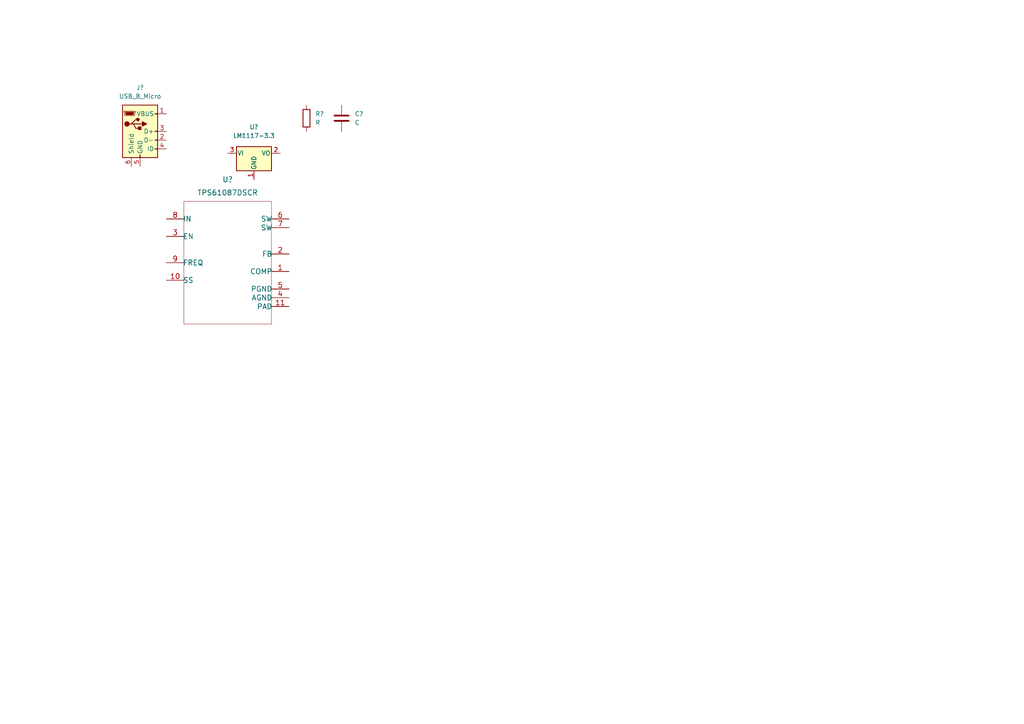
<source format=kicad_sch>
(kicad_sch (version 20211123) (generator eeschema)
  (paper "A4")
  (lib_symbols
    (symbol "Connector:USB_B_Micro" (pin_names (offset 1.016))
      (property "Reference" "J" (at -5.08 11.43 0))
      (property "Value" "USB_B_Micro" (at -5.08 8.89 0))
      (symbol "USB_B_Micro_0_1"
        (rectangle (start -5.08 -7.62) (end 5.08 7.62) (stroke (width 0.254)) (fill (type background)))
        (circle (center -3.81 2.159) (radius 0.635) (stroke (width 0.254)) (fill (type outline)))
        (circle (center -0.635 3.429) (radius 0.381) (stroke (width 0.254)) (fill (type outline)))
        (rectangle (start -0.127 -7.62) (end 0.127 -6.858))
        (polyline (pts (xy -1.905 2.159) (xy 0.635 2.159)) (stroke (width 0.254)))
        (polyline (pts (xy -3.175 2.159) (xy -2.54 2.159) (xy -1.27 3.429) (xy -0.635 3.429)) (stroke (width 0.254)))
        (polyline (pts (xy -2.54 2.159) (xy -1.905 2.159) (xy -1.27 0.889) (xy 0 0.889)) (stroke (width 0.254)))
        (polyline (pts (xy 0.635 2.794) (xy 0.635 1.524) (xy 1.905 2.159) (xy 0.635 2.794)) (stroke (width 0.254)) (fill (type outline)))
        (polyline (pts (xy -4.318 5.588) (xy -1.778 5.588) (xy -2.032 4.826) (xy -4.064 4.826) (xy -4.318 5.588)) (fill (type outline)))
        (polyline (pts (xy -4.699 5.842) (xy -4.699 5.588) (xy -4.445 4.826) (xy -4.445 4.572) (xy -1.651 4.572) (xy -1.651 4.826) (xy -1.397 5.588) (xy -1.397 5.842) (xy -4.699 5.842)))
        (rectangle (start 0.254 1.27) (end -0.508 0.508) (stroke (width 0.254)) (fill (type outline)))
        (rectangle (start 5.08 -5.207) (end 4.318 -4.953))
        (rectangle (start 5.08 -2.667) (end 4.318 -2.413))
        (rectangle (start 5.08 -0.127) (end 4.318 0.127))
        (rectangle (start 5.08 4.953) (end 4.318 5.207))
      )
      (symbol "USB_B_Micro_1_1"
        (pin power_out line (at 7.62 5.08 180) (length 2.54) (name "VBUS") (number "1"))
        (pin bidirectional line (at 7.62 -2.54 180) (length 2.54) (name "D-") (number "2"))
        (pin bidirectional line (at 7.62 0 180) (length 2.54) (name "D+") (number "3"))
        (pin passive line (at 7.62 -5.08 180) (length 2.54) (name "ID") (number "4"))
        (pin power_out line (at 0 -10.16 90) (length 2.54) (name "GND") (number "5"))
        (pin passive line (at -2.54 -10.16 90) (length 2.54) (name "Shield") (number "6"))
      )
    )
    (symbol "Device:C" (pin_numbers hide) (pin_names (offset 0.254))
      (property "Reference" "C" (at 0.635 2.54 0))
      (property "Value" "C" (at 0.635 -2.54 0))
      (symbol "C_0_1"
        (polyline (pts (xy -2.032 -0.762) (xy 2.032 -0.762)) (stroke (width 0.508)))
        (polyline (pts (xy -2.032 0.762) (xy 2.032 0.762)) (stroke (width 0.508)))
      )
      (symbol "C_1_1"
        (pin passive line (at 0 3.81 270) (length 2.794) (name "~") (number "1"))
        (pin passive line (at 0 -3.81 90) (length 2.794) (name "~") (number "2"))
      )
    )
    (symbol "Device:R" (pin_numbers hide) (pin_names (offset 0))
      (property "Reference" "R" (at 2.032 0 90))
      (property "Value" "R" (at 0 0 90))
      (symbol "R_0_1"
        (rectangle (start -1.016 -2.54) (end 1.016 2.54) (stroke (width 0.254)))
      )
      (symbol "R_1_1"
        (pin passive line (at 0 3.81 270) (length 1.27) (name "~") (number "1"))
        (pin passive line (at 0 -3.81 90) (length 1.27) (name "~") (number "2"))
      )
    )
    (symbol "Regulator_Linear:LM1117-3.3" (pin_names (offset 0.254))
      (property "Reference" "U" (at -3.81 3.175 0))
      (property "Value" "LM1117-3.3" (at 0 3.175 0))
      (symbol "LM1117-3.3_0_1"
        (rectangle (start -5.08 -5.08) (end 5.08 1.905) (stroke (width 0.254)) (fill (type background)))
      )
      (symbol "LM1117-3.3_1_1"
        (pin power_in line (at 0 -7.62 90) (length 2.54) (name "GND") (number "1"))
        (pin power_out line (at 7.62 0 180) (length 2.54) (name "VO") (number "2"))
        (pin power_in line (at -7.62 0 0) (length 2.54) (name "VI") (number "3"))
      )
    )
    (symbol "tps61087:TPS61087DSCR" (pin_names (offset -0.254))
      (property "Reference" "U" (at 0 2.54 0))
      (property "Value" "TPS61087DSCR" (at 0 0 0))
      (symbol "TPS61087DSCR_1_1"
        (polyline (pts (xy -12.7 -17.78) (xy 12.7 -17.78)) (stroke (width 0.1016)))
        (polyline (pts (xy -12.7 17.78) (xy -12.7 -17.78)) (stroke (width 0.1016)))
        (polyline (pts (xy 12.7 -17.78) (xy 12.7 17.78)) (stroke (width 0.1016)))
        (polyline (pts (xy 12.7 17.78) (xy -12.7 17.78)) (stroke (width 0.1016)))
        (pin input line (at 17.78 -2.54 180) (length 5.08) (name "COMP") (number "1"))
        (pin input line (at -17.78 -5.08 0) (length 5.08) (name "SS") (number "10"))
        (pin power_in line (at 17.78 -12.7 180) (length 5.08) (name "PAD") (number "11"))
        (pin input line (at 17.78 2.54 180) (length 5.08) (name "FB") (number "2"))
        (pin input line (at -17.78 7.62 0) (length 5.08) (name "EN") (number "3"))
        (pin power_in line (at 17.78 -10.16 180) (length 5.08) (name "AGND") (number "4"))
        (pin power_in line (at 17.78 -7.62 180) (length 5.08) (name "PGND") (number "5"))
        (pin power_in line (at 17.78 12.7 180) (length 5.08) (name "SW") (number "6"))
        (pin power_in line (at 17.78 10.16 180) (length 5.08) (name "SW") (number "7"))
        (pin power_in line (at -17.78 12.7 0) (length 5.08) (name "IN") (number "8"))
        (pin input line (at -17.78 0 0) (length 5.08) (name "FREQ") (number "9"))
      )
    )
  )
  (symbol (lib_id "tps61087:TPS61087DSCR") (at 66.04 76.2 0) (unit 1)
    (property "Reference" "U?" (at 66.04 52.07 0) (effects (font (size 1.524 1.524))))
    (property "Value" "TPS61087DSCR" (at 66.04 55.88 0) (effects (font (size 1.524 1.524))))
    (property "Footprint" "DSC0010A" (effects hide))
  )
  (symbol (lib_id "Device:R") (at 88.9 34.29 0) (unit 1)
    (property "Reference" "R?" (at 91.44 33.0199 0) (effects (justify left)))
    (property "Value" "R" (at 91.44 35.5599 0) (effects (justify left)))
  )
  (symbol (lib_id "Regulator_Linear:LM1117-3.3") (at 73.66 44.45 0) (unit 1)
    (property "Reference" "U?" (at 73.66 36.83 0))
    (property "Value" "LM1117-3.3" (at 73.66 39.37 0))
    (property "Datasheet" "http://www.ti.com/lit/ds/symlink/lm1117.pdf" (effects hide))
  )
  (symbol (lib_id "Device:C") (at 99.06 34.29 0) (unit 1)
    (property "Reference" "C?" (at 102.87 33.0199 0) (effects (justify left)))
    (property "Value" "C" (at 102.87 35.5599 0) (effects (justify left)))
  )
  (symbol (lib_id "Connector:USB_B_Micro") (at 40.64 38.1 0) (unit 1)
    (property "Reference" "J?" (at 40.64 25.4 0))
    (property "Value" "USB_B_Micro" (at 40.64 27.94 0))
  )
)
</source>
